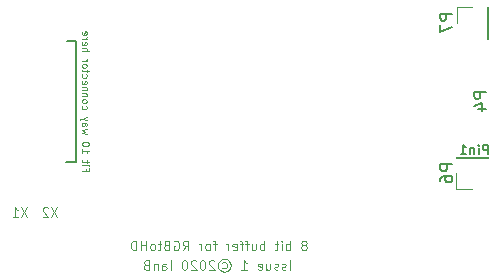
<source format=gbo>
G04 #@! TF.GenerationSoftware,KiCad,Pcbnew,(5.1.4)-1*
G04 #@! TF.CreationDate,2020-04-10T17:06:02+01:00*
G04 #@! TF.ProjectId,buffer,62756666-6572-42e6-9b69-6361645f7063,rev?*
G04 #@! TF.SameCoordinates,Original*
G04 #@! TF.FileFunction,Legend,Bot*
G04 #@! TF.FilePolarity,Positive*
%FSLAX46Y46*%
G04 Gerber Fmt 4.6, Leading zero omitted, Abs format (unit mm)*
G04 Created by KiCad (PCBNEW (5.1.4)-1) date 2020-04-10 17:06:02*
%MOMM*%
%LPD*%
G04 APERTURE LIST*
%ADD10C,0.150000*%
%ADD11C,0.120000*%
%ADD12C,0.100000*%
G04 APERTURE END LIST*
D10*
X77374857Y-43882864D02*
X77374857Y-43082864D01*
X77070095Y-43082864D01*
X76993904Y-43120960D01*
X76955809Y-43159055D01*
X76917714Y-43235245D01*
X76917714Y-43349531D01*
X76955809Y-43425721D01*
X76993904Y-43463817D01*
X77070095Y-43501912D01*
X77374857Y-43501912D01*
X76574857Y-43882864D02*
X76574857Y-43349531D01*
X76574857Y-43082864D02*
X76612952Y-43120960D01*
X76574857Y-43159055D01*
X76536761Y-43120960D01*
X76574857Y-43082864D01*
X76574857Y-43159055D01*
X76193904Y-43349531D02*
X76193904Y-43882864D01*
X76193904Y-43425721D02*
X76155809Y-43387626D01*
X76079619Y-43349531D01*
X75965333Y-43349531D01*
X75889142Y-43387626D01*
X75851047Y-43463817D01*
X75851047Y-43882864D01*
X75051047Y-43882864D02*
X75508190Y-43882864D01*
X75279619Y-43882864D02*
X75279619Y-43082864D01*
X75355809Y-43197150D01*
X75432000Y-43273340D01*
X75508190Y-43311436D01*
D11*
X40925219Y-48390864D02*
X40391885Y-49190864D01*
X40391885Y-48390864D02*
X40925219Y-49190864D01*
X40125219Y-48467055D02*
X40087123Y-48428960D01*
X40010933Y-48390864D01*
X39820457Y-48390864D01*
X39744266Y-48428960D01*
X39706171Y-48467055D01*
X39668076Y-48543245D01*
X39668076Y-48619436D01*
X39706171Y-48733721D01*
X40163314Y-49190864D01*
X39668076Y-49190864D01*
X38385219Y-48390864D02*
X37851885Y-49190864D01*
X37851885Y-48390864D02*
X38385219Y-49190864D01*
X37128076Y-49190864D02*
X37585219Y-49190864D01*
X37356647Y-49190864D02*
X37356647Y-48390864D01*
X37432838Y-48505150D01*
X37509028Y-48581340D01*
X37585219Y-48619436D01*
D12*
X43317657Y-45145245D02*
X43317657Y-45345245D01*
X43003371Y-45345245D02*
X43603371Y-45345245D01*
X43603371Y-45059531D01*
X43003371Y-44830960D02*
X43403371Y-44830960D01*
X43603371Y-44830960D02*
X43574800Y-44859531D01*
X43546228Y-44830960D01*
X43574800Y-44802388D01*
X43603371Y-44830960D01*
X43546228Y-44830960D01*
X43403371Y-44630960D02*
X43403371Y-44402388D01*
X43603371Y-44545245D02*
X43089085Y-44545245D01*
X43031942Y-44516674D01*
X43003371Y-44459531D01*
X43003371Y-44402388D01*
X43003371Y-43430960D02*
X43003371Y-43773817D01*
X43003371Y-43602388D02*
X43603371Y-43602388D01*
X43517657Y-43659531D01*
X43460514Y-43716674D01*
X43431942Y-43773817D01*
X43603371Y-43059531D02*
X43603371Y-43002388D01*
X43574800Y-42945245D01*
X43546228Y-42916674D01*
X43489085Y-42888102D01*
X43374800Y-42859531D01*
X43231942Y-42859531D01*
X43117657Y-42888102D01*
X43060514Y-42916674D01*
X43031942Y-42945245D01*
X43003371Y-43002388D01*
X43003371Y-43059531D01*
X43031942Y-43116674D01*
X43060514Y-43145245D01*
X43117657Y-43173817D01*
X43231942Y-43202388D01*
X43374800Y-43202388D01*
X43489085Y-43173817D01*
X43546228Y-43145245D01*
X43574800Y-43116674D01*
X43603371Y-43059531D01*
X43403371Y-42202388D02*
X43003371Y-42088102D01*
X43289085Y-41973817D01*
X43003371Y-41859531D01*
X43403371Y-41745245D01*
X43003371Y-41259531D02*
X43317657Y-41259531D01*
X43374800Y-41288102D01*
X43403371Y-41345245D01*
X43403371Y-41459531D01*
X43374800Y-41516674D01*
X43031942Y-41259531D02*
X43003371Y-41316674D01*
X43003371Y-41459531D01*
X43031942Y-41516674D01*
X43089085Y-41545245D01*
X43146228Y-41545245D01*
X43203371Y-41516674D01*
X43231942Y-41459531D01*
X43231942Y-41316674D01*
X43260514Y-41259531D01*
X43403371Y-41030960D02*
X43003371Y-40888102D01*
X43403371Y-40745245D02*
X43003371Y-40888102D01*
X42860514Y-40945245D01*
X42831942Y-40973817D01*
X42803371Y-41030960D01*
X43031942Y-39802388D02*
X43003371Y-39859531D01*
X43003371Y-39973817D01*
X43031942Y-40030960D01*
X43060514Y-40059531D01*
X43117657Y-40088102D01*
X43289085Y-40088102D01*
X43346228Y-40059531D01*
X43374800Y-40030960D01*
X43403371Y-39973817D01*
X43403371Y-39859531D01*
X43374800Y-39802388D01*
X43003371Y-39459531D02*
X43031942Y-39516674D01*
X43060514Y-39545245D01*
X43117657Y-39573817D01*
X43289085Y-39573817D01*
X43346228Y-39545245D01*
X43374800Y-39516674D01*
X43403371Y-39459531D01*
X43403371Y-39373817D01*
X43374800Y-39316674D01*
X43346228Y-39288102D01*
X43289085Y-39259531D01*
X43117657Y-39259531D01*
X43060514Y-39288102D01*
X43031942Y-39316674D01*
X43003371Y-39373817D01*
X43003371Y-39459531D01*
X43403371Y-39002388D02*
X43003371Y-39002388D01*
X43346228Y-39002388D02*
X43374800Y-38973817D01*
X43403371Y-38916674D01*
X43403371Y-38830960D01*
X43374800Y-38773817D01*
X43317657Y-38745245D01*
X43003371Y-38745245D01*
X43403371Y-38459531D02*
X43003371Y-38459531D01*
X43346228Y-38459531D02*
X43374800Y-38430960D01*
X43403371Y-38373817D01*
X43403371Y-38288102D01*
X43374800Y-38230960D01*
X43317657Y-38202388D01*
X43003371Y-38202388D01*
X43031942Y-37688102D02*
X43003371Y-37745245D01*
X43003371Y-37859531D01*
X43031942Y-37916674D01*
X43089085Y-37945245D01*
X43317657Y-37945245D01*
X43374800Y-37916674D01*
X43403371Y-37859531D01*
X43403371Y-37745245D01*
X43374800Y-37688102D01*
X43317657Y-37659531D01*
X43260514Y-37659531D01*
X43203371Y-37945245D01*
X43031942Y-37145245D02*
X43003371Y-37202388D01*
X43003371Y-37316674D01*
X43031942Y-37373817D01*
X43060514Y-37402388D01*
X43117657Y-37430960D01*
X43289085Y-37430960D01*
X43346228Y-37402388D01*
X43374800Y-37373817D01*
X43403371Y-37316674D01*
X43403371Y-37202388D01*
X43374800Y-37145245D01*
X43403371Y-36973817D02*
X43403371Y-36745245D01*
X43603371Y-36888102D02*
X43089085Y-36888102D01*
X43031942Y-36859531D01*
X43003371Y-36802388D01*
X43003371Y-36745245D01*
X43003371Y-36459531D02*
X43031942Y-36516674D01*
X43060514Y-36545245D01*
X43117657Y-36573817D01*
X43289085Y-36573817D01*
X43346228Y-36545245D01*
X43374800Y-36516674D01*
X43403371Y-36459531D01*
X43403371Y-36373817D01*
X43374800Y-36316674D01*
X43346228Y-36288102D01*
X43289085Y-36259531D01*
X43117657Y-36259531D01*
X43060514Y-36288102D01*
X43031942Y-36316674D01*
X43003371Y-36373817D01*
X43003371Y-36459531D01*
X43003371Y-36002388D02*
X43403371Y-36002388D01*
X43289085Y-36002388D02*
X43346228Y-35973817D01*
X43374800Y-35945245D01*
X43403371Y-35888102D01*
X43403371Y-35830960D01*
X43003371Y-35173817D02*
X43603371Y-35173817D01*
X43003371Y-34916674D02*
X43317657Y-34916674D01*
X43374800Y-34945245D01*
X43403371Y-35002388D01*
X43403371Y-35088102D01*
X43374800Y-35145245D01*
X43346228Y-35173817D01*
X43031942Y-34402388D02*
X43003371Y-34459531D01*
X43003371Y-34573817D01*
X43031942Y-34630960D01*
X43089085Y-34659531D01*
X43317657Y-34659531D01*
X43374800Y-34630960D01*
X43403371Y-34573817D01*
X43403371Y-34459531D01*
X43374800Y-34402388D01*
X43317657Y-34373817D01*
X43260514Y-34373817D01*
X43203371Y-34659531D01*
X43003371Y-34116674D02*
X43403371Y-34116674D01*
X43289085Y-34116674D02*
X43346228Y-34088102D01*
X43374800Y-34059531D01*
X43403371Y-34002388D01*
X43403371Y-33945245D01*
X43031942Y-33516674D02*
X43003371Y-33573817D01*
X43003371Y-33688102D01*
X43031942Y-33745245D01*
X43089085Y-33773817D01*
X43317657Y-33773817D01*
X43374800Y-33745245D01*
X43403371Y-33688102D01*
X43403371Y-33573817D01*
X43374800Y-33516674D01*
X43317657Y-33488102D01*
X43260514Y-33488102D01*
X43203371Y-33773817D01*
D10*
X42462000Y-34300160D02*
X41700000Y-34300160D01*
X42462000Y-44561760D02*
X42462000Y-34300160D01*
X41649200Y-44561760D02*
X42462000Y-44561760D01*
D11*
X61873038Y-51565821D02*
X61949228Y-51527726D01*
X61987323Y-51489631D01*
X62025419Y-51413440D01*
X62025419Y-51375345D01*
X61987323Y-51299155D01*
X61949228Y-51261060D01*
X61873038Y-51222964D01*
X61720657Y-51222964D01*
X61644466Y-51261060D01*
X61606371Y-51299155D01*
X61568276Y-51375345D01*
X61568276Y-51413440D01*
X61606371Y-51489631D01*
X61644466Y-51527726D01*
X61720657Y-51565821D01*
X61873038Y-51565821D01*
X61949228Y-51603917D01*
X61987323Y-51642012D01*
X62025419Y-51718202D01*
X62025419Y-51870583D01*
X61987323Y-51946774D01*
X61949228Y-51984869D01*
X61873038Y-52022964D01*
X61720657Y-52022964D01*
X61644466Y-51984869D01*
X61606371Y-51946774D01*
X61568276Y-51870583D01*
X61568276Y-51718202D01*
X61606371Y-51642012D01*
X61644466Y-51603917D01*
X61720657Y-51565821D01*
X60615895Y-52022964D02*
X60615895Y-51222964D01*
X60615895Y-51527726D02*
X60539704Y-51489631D01*
X60387323Y-51489631D01*
X60311133Y-51527726D01*
X60273038Y-51565821D01*
X60234942Y-51642012D01*
X60234942Y-51870583D01*
X60273038Y-51946774D01*
X60311133Y-51984869D01*
X60387323Y-52022964D01*
X60539704Y-52022964D01*
X60615895Y-51984869D01*
X59892085Y-52022964D02*
X59892085Y-51489631D01*
X59892085Y-51222964D02*
X59930180Y-51261060D01*
X59892085Y-51299155D01*
X59853990Y-51261060D01*
X59892085Y-51222964D01*
X59892085Y-51299155D01*
X59625419Y-51489631D02*
X59320657Y-51489631D01*
X59511133Y-51222964D02*
X59511133Y-51908679D01*
X59473038Y-51984869D01*
X59396847Y-52022964D01*
X59320657Y-52022964D01*
X58444466Y-52022964D02*
X58444466Y-51222964D01*
X58444466Y-51527726D02*
X58368276Y-51489631D01*
X58215895Y-51489631D01*
X58139704Y-51527726D01*
X58101609Y-51565821D01*
X58063514Y-51642012D01*
X58063514Y-51870583D01*
X58101609Y-51946774D01*
X58139704Y-51984869D01*
X58215895Y-52022964D01*
X58368276Y-52022964D01*
X58444466Y-51984869D01*
X57377800Y-51489631D02*
X57377800Y-52022964D01*
X57720657Y-51489631D02*
X57720657Y-51908679D01*
X57682561Y-51984869D01*
X57606371Y-52022964D01*
X57492085Y-52022964D01*
X57415895Y-51984869D01*
X57377800Y-51946774D01*
X57111133Y-51489631D02*
X56806371Y-51489631D01*
X56996847Y-52022964D02*
X56996847Y-51337250D01*
X56958752Y-51261060D01*
X56882561Y-51222964D01*
X56806371Y-51222964D01*
X56653990Y-51489631D02*
X56349228Y-51489631D01*
X56539704Y-52022964D02*
X56539704Y-51337250D01*
X56501609Y-51261060D01*
X56425419Y-51222964D01*
X56349228Y-51222964D01*
X55777800Y-51984869D02*
X55853990Y-52022964D01*
X56006371Y-52022964D01*
X56082561Y-51984869D01*
X56120657Y-51908679D01*
X56120657Y-51603917D01*
X56082561Y-51527726D01*
X56006371Y-51489631D01*
X55853990Y-51489631D01*
X55777800Y-51527726D01*
X55739704Y-51603917D01*
X55739704Y-51680107D01*
X56120657Y-51756298D01*
X55396847Y-52022964D02*
X55396847Y-51489631D01*
X55396847Y-51642012D02*
X55358752Y-51565821D01*
X55320657Y-51527726D01*
X55244466Y-51489631D01*
X55168276Y-51489631D01*
X54406371Y-51489631D02*
X54101609Y-51489631D01*
X54292085Y-52022964D02*
X54292085Y-51337250D01*
X54253990Y-51261060D01*
X54177800Y-51222964D01*
X54101609Y-51222964D01*
X53720657Y-52022964D02*
X53796847Y-51984869D01*
X53834942Y-51946774D01*
X53873038Y-51870583D01*
X53873038Y-51642012D01*
X53834942Y-51565821D01*
X53796847Y-51527726D01*
X53720657Y-51489631D01*
X53606371Y-51489631D01*
X53530180Y-51527726D01*
X53492085Y-51565821D01*
X53453990Y-51642012D01*
X53453990Y-51870583D01*
X53492085Y-51946774D01*
X53530180Y-51984869D01*
X53606371Y-52022964D01*
X53720657Y-52022964D01*
X53111133Y-52022964D02*
X53111133Y-51489631D01*
X53111133Y-51642012D02*
X53073038Y-51565821D01*
X53034942Y-51527726D01*
X52958752Y-51489631D01*
X52882561Y-51489631D01*
X51549228Y-52022964D02*
X51815895Y-51642012D01*
X52006371Y-52022964D02*
X52006371Y-51222964D01*
X51701609Y-51222964D01*
X51625419Y-51261060D01*
X51587323Y-51299155D01*
X51549228Y-51375345D01*
X51549228Y-51489631D01*
X51587323Y-51565821D01*
X51625419Y-51603917D01*
X51701609Y-51642012D01*
X52006371Y-51642012D01*
X50787323Y-51261060D02*
X50863514Y-51222964D01*
X50977800Y-51222964D01*
X51092085Y-51261060D01*
X51168276Y-51337250D01*
X51206371Y-51413440D01*
X51244466Y-51565821D01*
X51244466Y-51680107D01*
X51206371Y-51832488D01*
X51168276Y-51908679D01*
X51092085Y-51984869D01*
X50977800Y-52022964D01*
X50901609Y-52022964D01*
X50787323Y-51984869D01*
X50749228Y-51946774D01*
X50749228Y-51680107D01*
X50901609Y-51680107D01*
X50139704Y-51603917D02*
X50025419Y-51642012D01*
X49987323Y-51680107D01*
X49949228Y-51756298D01*
X49949228Y-51870583D01*
X49987323Y-51946774D01*
X50025419Y-51984869D01*
X50101609Y-52022964D01*
X50406371Y-52022964D01*
X50406371Y-51222964D01*
X50139704Y-51222964D01*
X50063514Y-51261060D01*
X50025419Y-51299155D01*
X49987323Y-51375345D01*
X49987323Y-51451536D01*
X50025419Y-51527726D01*
X50063514Y-51565821D01*
X50139704Y-51603917D01*
X50406371Y-51603917D01*
X49720657Y-51489631D02*
X49415895Y-51489631D01*
X49606371Y-51222964D02*
X49606371Y-51908679D01*
X49568276Y-51984869D01*
X49492085Y-52022964D01*
X49415895Y-52022964D01*
X49034942Y-52022964D02*
X49111133Y-51984869D01*
X49149228Y-51946774D01*
X49187323Y-51870583D01*
X49187323Y-51642012D01*
X49149228Y-51565821D01*
X49111133Y-51527726D01*
X49034942Y-51489631D01*
X48920657Y-51489631D01*
X48844466Y-51527726D01*
X48806371Y-51565821D01*
X48768276Y-51642012D01*
X48768276Y-51870583D01*
X48806371Y-51946774D01*
X48844466Y-51984869D01*
X48920657Y-52022964D01*
X49034942Y-52022964D01*
X48425419Y-52022964D02*
X48425419Y-51222964D01*
X48425419Y-51603917D02*
X47968276Y-51603917D01*
X47968276Y-52022964D02*
X47968276Y-51222964D01*
X47587323Y-52022964D02*
X47587323Y-51222964D01*
X47396847Y-51222964D01*
X47282561Y-51261060D01*
X47206371Y-51337250D01*
X47168276Y-51413440D01*
X47130180Y-51565821D01*
X47130180Y-51680107D01*
X47168276Y-51832488D01*
X47206371Y-51908679D01*
X47282561Y-51984869D01*
X47396847Y-52022964D01*
X47587323Y-52022964D01*
X60609528Y-53686664D02*
X60609528Y-52886664D01*
X60266671Y-53648569D02*
X60190480Y-53686664D01*
X60038100Y-53686664D01*
X59961909Y-53648569D01*
X59923814Y-53572379D01*
X59923814Y-53534283D01*
X59961909Y-53458093D01*
X60038100Y-53419998D01*
X60152385Y-53419998D01*
X60228576Y-53381902D01*
X60266671Y-53305712D01*
X60266671Y-53267617D01*
X60228576Y-53191426D01*
X60152385Y-53153331D01*
X60038100Y-53153331D01*
X59961909Y-53191426D01*
X59619052Y-53648569D02*
X59542861Y-53686664D01*
X59390480Y-53686664D01*
X59314290Y-53648569D01*
X59276195Y-53572379D01*
X59276195Y-53534283D01*
X59314290Y-53458093D01*
X59390480Y-53419998D01*
X59504766Y-53419998D01*
X59580957Y-53381902D01*
X59619052Y-53305712D01*
X59619052Y-53267617D01*
X59580957Y-53191426D01*
X59504766Y-53153331D01*
X59390480Y-53153331D01*
X59314290Y-53191426D01*
X58590480Y-53153331D02*
X58590480Y-53686664D01*
X58933338Y-53153331D02*
X58933338Y-53572379D01*
X58895242Y-53648569D01*
X58819052Y-53686664D01*
X58704766Y-53686664D01*
X58628576Y-53648569D01*
X58590480Y-53610474D01*
X57904766Y-53648569D02*
X57980957Y-53686664D01*
X58133338Y-53686664D01*
X58209528Y-53648569D01*
X58247623Y-53572379D01*
X58247623Y-53267617D01*
X58209528Y-53191426D01*
X58133338Y-53153331D01*
X57980957Y-53153331D01*
X57904766Y-53191426D01*
X57866671Y-53267617D01*
X57866671Y-53343807D01*
X58247623Y-53419998D01*
X56495242Y-53686664D02*
X56952385Y-53686664D01*
X56723814Y-53686664D02*
X56723814Y-52886664D01*
X56800004Y-53000950D01*
X56876195Y-53077140D01*
X56952385Y-53115236D01*
X54895242Y-53077140D02*
X54971433Y-53039045D01*
X55123814Y-53039045D01*
X55200004Y-53077140D01*
X55276195Y-53153331D01*
X55314290Y-53229521D01*
X55314290Y-53381902D01*
X55276195Y-53458093D01*
X55200004Y-53534283D01*
X55123814Y-53572379D01*
X54971433Y-53572379D01*
X54895242Y-53534283D01*
X55047623Y-52772379D02*
X55238100Y-52810474D01*
X55428576Y-52924760D01*
X55542861Y-53115236D01*
X55580957Y-53305712D01*
X55542861Y-53496188D01*
X55428576Y-53686664D01*
X55238100Y-53800950D01*
X55047623Y-53839045D01*
X54857147Y-53800950D01*
X54666671Y-53686664D01*
X54552385Y-53496188D01*
X54514290Y-53305712D01*
X54552385Y-53115236D01*
X54666671Y-52924760D01*
X54857147Y-52810474D01*
X55047623Y-52772379D01*
X54209528Y-52962855D02*
X54171433Y-52924760D01*
X54095242Y-52886664D01*
X53904766Y-52886664D01*
X53828576Y-52924760D01*
X53790480Y-52962855D01*
X53752385Y-53039045D01*
X53752385Y-53115236D01*
X53790480Y-53229521D01*
X54247623Y-53686664D01*
X53752385Y-53686664D01*
X53257147Y-52886664D02*
X53180957Y-52886664D01*
X53104766Y-52924760D01*
X53066671Y-52962855D01*
X53028576Y-53039045D01*
X52990480Y-53191426D01*
X52990480Y-53381902D01*
X53028576Y-53534283D01*
X53066671Y-53610474D01*
X53104766Y-53648569D01*
X53180957Y-53686664D01*
X53257147Y-53686664D01*
X53333338Y-53648569D01*
X53371433Y-53610474D01*
X53409528Y-53534283D01*
X53447623Y-53381902D01*
X53447623Y-53191426D01*
X53409528Y-53039045D01*
X53371433Y-52962855D01*
X53333338Y-52924760D01*
X53257147Y-52886664D01*
X52685719Y-52962855D02*
X52647623Y-52924760D01*
X52571433Y-52886664D01*
X52380957Y-52886664D01*
X52304766Y-52924760D01*
X52266671Y-52962855D01*
X52228576Y-53039045D01*
X52228576Y-53115236D01*
X52266671Y-53229521D01*
X52723814Y-53686664D01*
X52228576Y-53686664D01*
X51733338Y-52886664D02*
X51657147Y-52886664D01*
X51580957Y-52924760D01*
X51542861Y-52962855D01*
X51504766Y-53039045D01*
X51466671Y-53191426D01*
X51466671Y-53381902D01*
X51504766Y-53534283D01*
X51542861Y-53610474D01*
X51580957Y-53648569D01*
X51657147Y-53686664D01*
X51733338Y-53686664D01*
X51809528Y-53648569D01*
X51847623Y-53610474D01*
X51885719Y-53534283D01*
X51923814Y-53381902D01*
X51923814Y-53191426D01*
X51885719Y-53039045D01*
X51847623Y-52962855D01*
X51809528Y-52924760D01*
X51733338Y-52886664D01*
X50514290Y-53686664D02*
X50514290Y-52886664D01*
X49790480Y-53686664D02*
X49790480Y-53267617D01*
X49828576Y-53191426D01*
X49904766Y-53153331D01*
X50057147Y-53153331D01*
X50133338Y-53191426D01*
X49790480Y-53648569D02*
X49866671Y-53686664D01*
X50057147Y-53686664D01*
X50133338Y-53648569D01*
X50171433Y-53572379D01*
X50171433Y-53496188D01*
X50133338Y-53419998D01*
X50057147Y-53381902D01*
X49866671Y-53381902D01*
X49790480Y-53343807D01*
X49409528Y-53153331D02*
X49409528Y-53686664D01*
X49409528Y-53229521D02*
X49371433Y-53191426D01*
X49295242Y-53153331D01*
X49180957Y-53153331D01*
X49104766Y-53191426D01*
X49066671Y-53267617D01*
X49066671Y-53686664D01*
X48419052Y-53267617D02*
X48304766Y-53305712D01*
X48266671Y-53343807D01*
X48228576Y-53419998D01*
X48228576Y-53534283D01*
X48266671Y-53610474D01*
X48304766Y-53648569D01*
X48380957Y-53686664D01*
X48685719Y-53686664D01*
X48685719Y-52886664D01*
X48419052Y-52886664D01*
X48342861Y-52924760D01*
X48304766Y-52962855D01*
X48266671Y-53039045D01*
X48266671Y-53115236D01*
X48304766Y-53191426D01*
X48342861Y-53229521D01*
X48419052Y-53267617D01*
X48685719Y-53267617D01*
X74703180Y-44174100D02*
X77363180Y-44174100D01*
X74703180Y-44234100D02*
X74703180Y-44174100D01*
X77363180Y-44234100D02*
X77363180Y-44174100D01*
X74703180Y-44234100D02*
X77363180Y-44234100D01*
X74703180Y-45504100D02*
X74703180Y-46834100D01*
X74703180Y-46834100D02*
X76033180Y-46834100D01*
X77370800Y-31471560D02*
X77370800Y-34131560D01*
X77310800Y-31471560D02*
X77370800Y-31471560D01*
X77310800Y-34131560D02*
X77370800Y-34131560D01*
X77310800Y-31471560D02*
X77310800Y-34131560D01*
X76040800Y-31471560D02*
X74710800Y-31471560D01*
X74710800Y-31471560D02*
X74710800Y-32801560D01*
D10*
X77206920Y-38626824D02*
X76206920Y-38626824D01*
X76206920Y-39007777D01*
X76254540Y-39103015D01*
X76302159Y-39150634D01*
X76397397Y-39198253D01*
X76540254Y-39198253D01*
X76635492Y-39150634D01*
X76683111Y-39103015D01*
X76730730Y-39007777D01*
X76730730Y-38626824D01*
X76540254Y-40055396D02*
X77206920Y-40055396D01*
X76159301Y-39817300D02*
X76873587Y-39579205D01*
X76873587Y-40198253D01*
X74351960Y-44766004D02*
X73351960Y-44766004D01*
X73351960Y-45146957D01*
X73399580Y-45242195D01*
X73447199Y-45289814D01*
X73542437Y-45337433D01*
X73685294Y-45337433D01*
X73780532Y-45289814D01*
X73828151Y-45242195D01*
X73875770Y-45146957D01*
X73875770Y-44766004D01*
X73351960Y-46194576D02*
X73351960Y-46004100D01*
X73399580Y-45908861D01*
X73447199Y-45861242D01*
X73590056Y-45766004D01*
X73780532Y-45718385D01*
X74161484Y-45718385D01*
X74256722Y-45766004D01*
X74304341Y-45813623D01*
X74351960Y-45908861D01*
X74351960Y-46099338D01*
X74304341Y-46194576D01*
X74256722Y-46242195D01*
X74161484Y-46289814D01*
X73923389Y-46289814D01*
X73828151Y-46242195D01*
X73780532Y-46194576D01*
X73732913Y-46099338D01*
X73732913Y-45908861D01*
X73780532Y-45813623D01*
X73828151Y-45766004D01*
X73923389Y-45718385D01*
X74308780Y-32012664D02*
X73308780Y-32012664D01*
X73308780Y-32393617D01*
X73356400Y-32488855D01*
X73404019Y-32536474D01*
X73499257Y-32584093D01*
X73642114Y-32584093D01*
X73737352Y-32536474D01*
X73784971Y-32488855D01*
X73832590Y-32393617D01*
X73832590Y-32012664D01*
X73308780Y-32917426D02*
X73308780Y-33584093D01*
X74308780Y-33155521D01*
M02*

</source>
